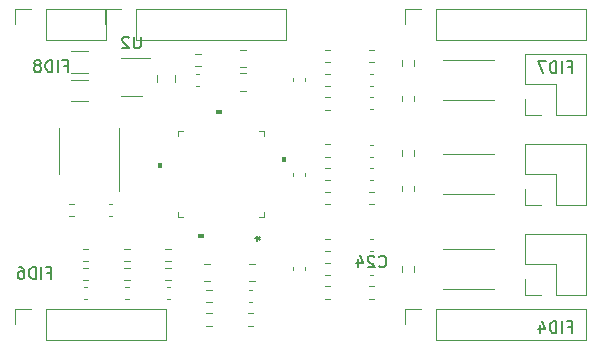
<source format=gbr>
%TF.GenerationSoftware,KiCad,Pcbnew,6.0.5+dfsg-1~bpo11+1*%
%TF.CreationDate,2022-07-20T16:51:46+00:00*%
%TF.ProjectId,xESC2,78455343-322e-46b6-9963-61645f706362,rev?*%
%TF.SameCoordinates,Original*%
%TF.FileFunction,Legend,Bot*%
%TF.FilePolarity,Positive*%
%FSLAX46Y46*%
G04 Gerber Fmt 4.6, Leading zero omitted, Abs format (unit mm)*
G04 Created by KiCad (PCBNEW 6.0.5+dfsg-1~bpo11+1) date 2022-07-20 16:51:46*
%MOMM*%
%LPD*%
G01*
G04 APERTURE LIST*
%ADD10C,0.150000*%
%ADD11C,0.120000*%
%ADD12C,0.100000*%
G04 APERTURE END LIST*
D10*
%TO.C,U1*%
X250033380Y-123830799D02*
X250271476Y-123830799D01*
X250176238Y-123592703D02*
X250271476Y-123830799D01*
X250176238Y-124068894D01*
X250461952Y-123687941D02*
X250271476Y-123830799D01*
X250461952Y-123973656D01*
X250033380Y-123830799D02*
X250271476Y-123830799D01*
X250176238Y-123592703D02*
X250271476Y-123830799D01*
X250176238Y-124068894D01*
X250461952Y-123687941D02*
X250271476Y-123830799D01*
X250461952Y-123973656D01*
%TO.C,C24*%
X260542857Y-126187142D02*
X260590476Y-126234761D01*
X260733333Y-126282380D01*
X260828571Y-126282380D01*
X260971428Y-126234761D01*
X261066666Y-126139523D01*
X261114285Y-126044285D01*
X261161904Y-125853809D01*
X261161904Y-125710952D01*
X261114285Y-125520476D01*
X261066666Y-125425238D01*
X260971428Y-125330000D01*
X260828571Y-125282380D01*
X260733333Y-125282380D01*
X260590476Y-125330000D01*
X260542857Y-125377619D01*
X260161904Y-125377619D02*
X260114285Y-125330000D01*
X260019047Y-125282380D01*
X259780952Y-125282380D01*
X259685714Y-125330000D01*
X259638095Y-125377619D01*
X259590476Y-125472857D01*
X259590476Y-125568095D01*
X259638095Y-125710952D01*
X260209523Y-126282380D01*
X259590476Y-126282380D01*
X258733333Y-125615714D02*
X258733333Y-126282380D01*
X258971428Y-125234761D02*
X259209523Y-125949047D01*
X258590476Y-125949047D01*
%TO.C,U2*%
X240361904Y-106752380D02*
X240361904Y-107561904D01*
X240314285Y-107657142D01*
X240266666Y-107704761D01*
X240171428Y-107752380D01*
X239980952Y-107752380D01*
X239885714Y-107704761D01*
X239838095Y-107657142D01*
X239790476Y-107561904D01*
X239790476Y-106752380D01*
X239361904Y-106847619D02*
X239314285Y-106800000D01*
X239219047Y-106752380D01*
X238980952Y-106752380D01*
X238885714Y-106800000D01*
X238838095Y-106847619D01*
X238790476Y-106942857D01*
X238790476Y-107038095D01*
X238838095Y-107180952D01*
X239409523Y-107752380D01*
X238790476Y-107752380D01*
%TO.C,FID4*%
X276571428Y-131328571D02*
X276904761Y-131328571D01*
X276904761Y-131852380D02*
X276904761Y-130852380D01*
X276428571Y-130852380D01*
X276047619Y-131852380D02*
X276047619Y-130852380D01*
X275571428Y-131852380D02*
X275571428Y-130852380D01*
X275333333Y-130852380D01*
X275190476Y-130900000D01*
X275095238Y-130995238D01*
X275047619Y-131090476D01*
X275000000Y-131280952D01*
X275000000Y-131423809D01*
X275047619Y-131614285D01*
X275095238Y-131709523D01*
X275190476Y-131804761D01*
X275333333Y-131852380D01*
X275571428Y-131852380D01*
X274142857Y-131185714D02*
X274142857Y-131852380D01*
X274380952Y-130804761D02*
X274619047Y-131519047D01*
X274000000Y-131519047D01*
%TO.C,FID6*%
X232471428Y-126728571D02*
X232804761Y-126728571D01*
X232804761Y-127252380D02*
X232804761Y-126252380D01*
X232328571Y-126252380D01*
X231947619Y-127252380D02*
X231947619Y-126252380D01*
X231471428Y-127252380D02*
X231471428Y-126252380D01*
X231233333Y-126252380D01*
X231090476Y-126300000D01*
X230995238Y-126395238D01*
X230947619Y-126490476D01*
X230900000Y-126680952D01*
X230900000Y-126823809D01*
X230947619Y-127014285D01*
X230995238Y-127109523D01*
X231090476Y-127204761D01*
X231233333Y-127252380D01*
X231471428Y-127252380D01*
X230042857Y-126252380D02*
X230233333Y-126252380D01*
X230328571Y-126300000D01*
X230376190Y-126347619D01*
X230471428Y-126490476D01*
X230519047Y-126680952D01*
X230519047Y-127061904D01*
X230471428Y-127157142D01*
X230423809Y-127204761D01*
X230328571Y-127252380D01*
X230138095Y-127252380D01*
X230042857Y-127204761D01*
X229995238Y-127157142D01*
X229947619Y-127061904D01*
X229947619Y-126823809D01*
X229995238Y-126728571D01*
X230042857Y-126680952D01*
X230138095Y-126633333D01*
X230328571Y-126633333D01*
X230423809Y-126680952D01*
X230471428Y-126728571D01*
X230519047Y-126823809D01*
%TO.C,FID7*%
X276571428Y-109328571D02*
X276904761Y-109328571D01*
X276904761Y-109852380D02*
X276904761Y-108852380D01*
X276428571Y-108852380D01*
X276047619Y-109852380D02*
X276047619Y-108852380D01*
X275571428Y-109852380D02*
X275571428Y-108852380D01*
X275333333Y-108852380D01*
X275190476Y-108900000D01*
X275095238Y-108995238D01*
X275047619Y-109090476D01*
X275000000Y-109280952D01*
X275000000Y-109423809D01*
X275047619Y-109614285D01*
X275095238Y-109709523D01*
X275190476Y-109804761D01*
X275333333Y-109852380D01*
X275571428Y-109852380D01*
X274666666Y-108852380D02*
X274000000Y-108852380D01*
X274428571Y-109852380D01*
%TO.C,FID8*%
X233871428Y-109228571D02*
X234204761Y-109228571D01*
X234204761Y-109752380D02*
X234204761Y-108752380D01*
X233728571Y-108752380D01*
X233347619Y-109752380D02*
X233347619Y-108752380D01*
X232871428Y-109752380D02*
X232871428Y-108752380D01*
X232633333Y-108752380D01*
X232490476Y-108800000D01*
X232395238Y-108895238D01*
X232347619Y-108990476D01*
X232300000Y-109180952D01*
X232300000Y-109323809D01*
X232347619Y-109514285D01*
X232395238Y-109609523D01*
X232490476Y-109704761D01*
X232633333Y-109752380D01*
X232871428Y-109752380D01*
X231728571Y-109180952D02*
X231823809Y-109133333D01*
X231871428Y-109085714D01*
X231919047Y-108990476D01*
X231919047Y-108942857D01*
X231871428Y-108847619D01*
X231823809Y-108800000D01*
X231728571Y-108752380D01*
X231538095Y-108752380D01*
X231442857Y-108800000D01*
X231395238Y-108847619D01*
X231347619Y-108942857D01*
X231347619Y-108990476D01*
X231395238Y-109085714D01*
X231442857Y-109133333D01*
X231538095Y-109180952D01*
X231728571Y-109180952D01*
X231823809Y-109228571D01*
X231871428Y-109276190D01*
X231919047Y-109371428D01*
X231919047Y-109561904D01*
X231871428Y-109657142D01*
X231823809Y-109704761D01*
X231728571Y-109752380D01*
X231538095Y-109752380D01*
X231442857Y-109704761D01*
X231395238Y-109657142D01*
X231347619Y-109561904D01*
X231347619Y-109371428D01*
X231395238Y-109276190D01*
X231442857Y-109228571D01*
X231538095Y-109180952D01*
D11*
%TO.C,R4*%
X256437258Y-124922500D02*
X255962742Y-124922500D01*
X256437258Y-123877500D02*
X255962742Y-123877500D01*
%TO.C,C4*%
X245738748Y-125965000D02*
X246261252Y-125965000D01*
X245738748Y-127435000D02*
X246261252Y-127435000D01*
%TO.C,C5*%
X250061252Y-125965000D02*
X249538748Y-125965000D01*
X250061252Y-127435000D02*
X249538748Y-127435000D01*
%TO.C,C6*%
X249509420Y-128190000D02*
X249790580Y-128190000D01*
X249509420Y-129210000D02*
X249790580Y-129210000D01*
%TO.C,C15*%
X242840580Y-127940000D02*
X242559420Y-127940000D01*
X242840580Y-128960000D02*
X242559420Y-128960000D01*
%TO.C,C11*%
X245059420Y-109940000D02*
X245340580Y-109940000D01*
X245059420Y-110960000D02*
X245340580Y-110960000D01*
%TO.C,C13*%
X241765000Y-110561252D02*
X241765000Y-110038748D01*
X243235000Y-110561252D02*
X243235000Y-110038748D01*
%TO.C,C25*%
X259759420Y-115890000D02*
X260040580Y-115890000D01*
X259759420Y-116910000D02*
X260040580Y-116910000D01*
%TO.C,C26*%
X259759420Y-112910000D02*
X260040580Y-112910000D01*
X259759420Y-111890000D02*
X260040580Y-111890000D01*
%TO.C,R5*%
X256437258Y-118922500D02*
X255962742Y-118922500D01*
X256437258Y-117877500D02*
X255962742Y-117877500D01*
%TO.C,R6*%
X256437258Y-120922500D02*
X255962742Y-120922500D01*
X256437258Y-119877500D02*
X255962742Y-119877500D01*
%TO.C,C27*%
X239340580Y-128960000D02*
X239059420Y-128960000D01*
X239340580Y-127940000D02*
X239059420Y-127940000D01*
%TO.C,R7*%
X270314564Y-116690000D02*
X265960436Y-116690000D01*
X270314564Y-120110000D02*
X265960436Y-120110000D01*
%TO.C,C28*%
X235840580Y-127940000D02*
X235559420Y-127940000D01*
X235840580Y-128960000D02*
X235559420Y-128960000D01*
%TO.C,R8*%
X256437258Y-115877500D02*
X255962742Y-115877500D01*
X256437258Y-116922500D02*
X255962742Y-116922500D01*
%TO.C,R9*%
X256437258Y-109877500D02*
X255962742Y-109877500D01*
X256437258Y-110922500D02*
X255962742Y-110922500D01*
%TO.C,R10*%
X256437258Y-107877500D02*
X255962742Y-107877500D01*
X256437258Y-108922500D02*
X255962742Y-108922500D01*
%TO.C,R11*%
X270277064Y-112110000D02*
X265922936Y-112110000D01*
X270277064Y-108690000D02*
X265922936Y-108690000D01*
%TO.C,R13*%
X245912742Y-129222500D02*
X246387258Y-129222500D01*
X245912742Y-128177500D02*
X246387258Y-128177500D01*
%TO.C,R14*%
X249412742Y-131222500D02*
X249887258Y-131222500D01*
X249412742Y-130177500D02*
X249887258Y-130177500D01*
%TO.C,R15*%
X245912742Y-131222500D02*
X246387258Y-131222500D01*
X245912742Y-130177500D02*
X246387258Y-130177500D01*
%TO.C,R17*%
X242462742Y-124727500D02*
X242937258Y-124727500D01*
X242462742Y-125772500D02*
X242937258Y-125772500D01*
%TO.C,R18*%
X242937258Y-127372500D02*
X242462742Y-127372500D01*
X242937258Y-126327500D02*
X242462742Y-126327500D01*
%TO.C,R19*%
X238962742Y-125772500D02*
X239437258Y-125772500D01*
X238962742Y-124727500D02*
X239437258Y-124727500D01*
%TO.C,R20*%
X239437258Y-127372500D02*
X238962742Y-127372500D01*
X239437258Y-126327500D02*
X238962742Y-126327500D01*
%TO.C,R21*%
X235462742Y-124727500D02*
X235937258Y-124727500D01*
X235462742Y-125772500D02*
X235937258Y-125772500D01*
%TO.C,R22*%
X235937258Y-126327500D02*
X235462742Y-126327500D01*
X235937258Y-127372500D02*
X235462742Y-127372500D01*
%TO.C,R29*%
X244962742Y-108177500D02*
X245437258Y-108177500D01*
X244962742Y-109222500D02*
X245437258Y-109222500D01*
%TO.C,R2*%
X256437258Y-127877500D02*
X255962742Y-127877500D01*
X256437258Y-128922500D02*
X255962742Y-128922500D01*
%TO.C,R3*%
X270314564Y-124690000D02*
X265960436Y-124690000D01*
X270314564Y-128110000D02*
X265960436Y-128110000D01*
%TO.C,C12*%
X249261252Y-111335000D02*
X248738748Y-111335000D01*
X249261252Y-109865000D02*
X248738748Y-109865000D01*
%TO.C,C14*%
X248738748Y-107865000D02*
X249261252Y-107865000D01*
X248738748Y-109335000D02*
X249261252Y-109335000D01*
%TO.C,C29*%
X260040580Y-125890000D02*
X259759420Y-125890000D01*
X260040580Y-126910000D02*
X259759420Y-126910000D01*
%TO.C,C30*%
X260040580Y-117890000D02*
X259759420Y-117890000D01*
X260040580Y-118910000D02*
X259759420Y-118910000D01*
%TO.C,R25*%
X263522500Y-119362742D02*
X263522500Y-119837258D01*
X262477500Y-119362742D02*
X262477500Y-119837258D01*
%TO.C,C31*%
X260040580Y-110910000D02*
X259759420Y-110910000D01*
X260040580Y-109890000D02*
X259759420Y-109890000D01*
%TO.C,R24*%
X260137258Y-127877500D02*
X259662742Y-127877500D01*
X260137258Y-128922500D02*
X259662742Y-128922500D01*
%TO.C,R28*%
X260137258Y-108922500D02*
X259662742Y-108922500D01*
X260137258Y-107877500D02*
X259662742Y-107877500D01*
%TO.C,R23*%
X263522500Y-126162742D02*
X263522500Y-126637258D01*
X262477500Y-126162742D02*
X262477500Y-126637258D01*
%TO.C,R26*%
X260137258Y-119877500D02*
X259662742Y-119877500D01*
X260137258Y-120922500D02*
X259662742Y-120922500D01*
%TO.C,C21*%
X235911252Y-107990000D02*
X234488748Y-107990000D01*
X235911252Y-109810000D02*
X234488748Y-109810000D01*
%TO.C,C20*%
X235911252Y-112210000D02*
X234488748Y-112210000D01*
X235911252Y-110390000D02*
X234488748Y-110390000D01*
%TO.C,J5*%
X231060000Y-104370000D02*
X229730000Y-104370000D01*
X229730000Y-104370000D02*
X229730000Y-105700000D01*
X232330000Y-104370000D02*
X232330000Y-107030000D01*
X232330000Y-104370000D02*
X237470000Y-104370000D01*
X237470000Y-104370000D02*
X237470000Y-107030000D01*
X232330000Y-107030000D02*
X237470000Y-107030000D01*
%TO.C,C9*%
X253290000Y-118259420D02*
X253290000Y-118540580D01*
X254310000Y-118259420D02*
X254310000Y-118540580D01*
%TO.C,C8*%
X254310000Y-126259420D02*
X254310000Y-126540580D01*
X253290000Y-126259420D02*
X253290000Y-126540580D01*
%TO.C,C10*%
X253290000Y-110540580D02*
X253290000Y-110259420D01*
X254310000Y-110540580D02*
X254310000Y-110259420D01*
%TO.C,U1*%
X243977560Y-121982200D02*
X243567800Y-121982200D01*
X243567800Y-114717800D02*
X243977560Y-114717800D01*
X250422440Y-114717800D02*
X250832200Y-114717800D01*
X250832200Y-114717800D02*
X250832200Y-115127560D01*
X250832200Y-121982200D02*
X250422440Y-121982200D01*
X243567800Y-121982200D02*
X243567800Y-121572440D01*
X243567800Y-115127560D02*
X243567800Y-114717800D01*
X250832200Y-121572440D02*
X250832200Y-121982200D01*
G36*
X245640501Y-123703799D02*
G01*
X245259501Y-123703799D01*
X245259501Y-123449799D01*
X245640501Y-123449799D01*
X245640501Y-123703799D01*
G37*
D12*
X245640501Y-123703799D02*
X245259501Y-123703799D01*
X245259501Y-123449799D01*
X245640501Y-123449799D01*
X245640501Y-123703799D01*
G36*
X242100201Y-117790499D02*
G01*
X241846201Y-117790499D01*
X241846201Y-117409499D01*
X242100201Y-117409499D01*
X242100201Y-117790499D01*
G37*
X242100201Y-117790499D02*
X241846201Y-117790499D01*
X241846201Y-117409499D01*
X242100201Y-117409499D01*
X242100201Y-117790499D01*
G36*
X247140501Y-113250201D02*
G01*
X246759500Y-113250201D01*
X246759500Y-112996201D01*
X247140501Y-112996201D01*
X247140501Y-113250201D01*
G37*
X247140501Y-113250201D02*
X246759500Y-113250201D01*
X246759500Y-112996201D01*
X247140501Y-112996201D01*
X247140501Y-113250201D01*
G36*
X252553799Y-117290500D02*
G01*
X252299799Y-117290500D01*
X252299799Y-116909500D01*
X252553799Y-116909500D01*
X252553799Y-117290500D01*
G37*
X252553799Y-117290500D02*
X252299799Y-117290500D01*
X252299799Y-116909500D01*
X252553799Y-116909500D01*
X252553799Y-117290500D01*
D11*
%TO.C,R1*%
X256437258Y-125877500D02*
X255962742Y-125877500D01*
X256437258Y-126922500D02*
X255962742Y-126922500D01*
%TO.C,R27*%
X263522500Y-109237258D02*
X263522500Y-108762742D01*
X262477500Y-109237258D02*
X262477500Y-108762742D01*
%TO.C,R12*%
X256437258Y-112922500D02*
X255962742Y-112922500D01*
X256437258Y-111877500D02*
X255962742Y-111877500D01*
%TO.C,J1*%
X237350000Y-104370000D02*
X237350000Y-105700000D01*
X239950000Y-104370000D02*
X252710000Y-104370000D01*
X239950000Y-104370000D02*
X239950000Y-107030000D01*
X238680000Y-104370000D02*
X237350000Y-104370000D01*
X252710000Y-104370000D02*
X252710000Y-107030000D01*
X239950000Y-107030000D02*
X252710000Y-107030000D01*
%TO.C,J4*%
X242550000Y-129770000D02*
X242550000Y-132430000D01*
X232330000Y-129770000D02*
X232330000Y-132430000D01*
X231060000Y-129770000D02*
X229730000Y-129770000D01*
X232330000Y-132430000D02*
X242550000Y-132430000D01*
X229730000Y-129770000D02*
X229730000Y-131100000D01*
X232330000Y-129770000D02*
X242550000Y-129770000D01*
%TO.C,C24*%
X259759420Y-124910000D02*
X260040580Y-124910000D01*
X259759420Y-123890000D02*
X260040580Y-123890000D01*
%TO.C,C7*%
X237940580Y-120890000D02*
X237659420Y-120890000D01*
X237940580Y-121910000D02*
X237659420Y-121910000D01*
%TO.C,U2*%
X238700000Y-108590000D02*
X241150000Y-108590000D01*
X240500000Y-111810000D02*
X238700000Y-111810000D01*
%TO.C,U5*%
X233440000Y-116400000D02*
X233440000Y-114450000D01*
X233440000Y-116400000D02*
X233440000Y-118350000D01*
X238560000Y-116400000D02*
X238560000Y-119850000D01*
X238560000Y-116400000D02*
X238560000Y-114450000D01*
%TO.C,R41*%
X263522500Y-112237258D02*
X263522500Y-111762742D01*
X262477500Y-112237258D02*
X262477500Y-111762742D01*
%TO.C,TH1*%
X263522500Y-116837258D02*
X263522500Y-116362742D01*
X262477500Y-116837258D02*
X262477500Y-116362742D01*
%TO.C,J9*%
X262750000Y-104370000D02*
X262750000Y-105700000D01*
X265350000Y-104370000D02*
X265350000Y-107030000D01*
X264080000Y-104370000D02*
X262750000Y-104370000D01*
X265350000Y-107030000D02*
X278110000Y-107030000D01*
X278110000Y-104370000D02*
X278110000Y-107030000D01*
X265350000Y-104370000D02*
X278110000Y-104370000D01*
%TO.C,J10*%
X278110000Y-129770000D02*
X278110000Y-132430000D01*
X262750000Y-129770000D02*
X262750000Y-131100000D01*
X264080000Y-129770000D02*
X262750000Y-129770000D01*
X265350000Y-129770000D02*
X278110000Y-129770000D01*
X265350000Y-129770000D02*
X265350000Y-132430000D01*
X265350000Y-132430000D02*
X278110000Y-132430000D01*
%TO.C,J8*%
X278110000Y-113380000D02*
X278110000Y-108180000D01*
X272910000Y-113380000D02*
X274240000Y-113380000D01*
X272910000Y-112050000D02*
X272910000Y-113380000D01*
X272910000Y-108180000D02*
X278110000Y-108180000D01*
X272910000Y-110780000D02*
X272910000Y-108180000D01*
X275510000Y-113380000D02*
X278110000Y-113380000D01*
X275510000Y-110780000D02*
X275510000Y-113380000D01*
X272910000Y-110780000D02*
X275510000Y-110780000D01*
%TO.C,J7*%
X275510000Y-118400000D02*
X275510000Y-121000000D01*
X272910000Y-118400000D02*
X275510000Y-118400000D01*
X272910000Y-121000000D02*
X274240000Y-121000000D01*
X278110000Y-121000000D02*
X278110000Y-115800000D01*
X272910000Y-118400000D02*
X272910000Y-115800000D01*
X272910000Y-115800000D02*
X278110000Y-115800000D01*
X275510000Y-121000000D02*
X278110000Y-121000000D01*
X272910000Y-119670000D02*
X272910000Y-121000000D01*
%TO.C,J6*%
X278110000Y-128620000D02*
X278110000Y-123420000D01*
X272910000Y-126020000D02*
X272910000Y-123420000D01*
X272910000Y-128620000D02*
X274240000Y-128620000D01*
X275510000Y-126020000D02*
X275510000Y-128620000D01*
X272910000Y-123420000D02*
X278110000Y-123420000D01*
X272910000Y-127290000D02*
X272910000Y-128620000D01*
X275510000Y-128620000D02*
X278110000Y-128620000D01*
X272910000Y-126020000D02*
X275510000Y-126020000D01*
%TO.C,R36*%
X234737258Y-120877500D02*
X234262742Y-120877500D01*
X234737258Y-121922500D02*
X234262742Y-121922500D01*
%TD*%
M02*

</source>
